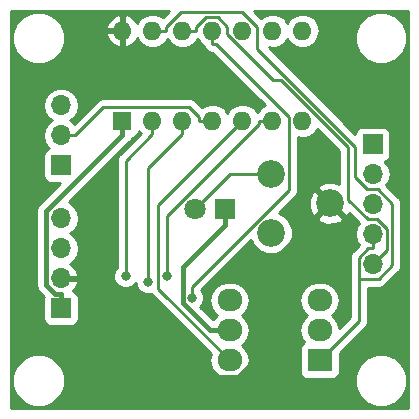
<source format=gbl>
G04 #@! TF.GenerationSoftware,KiCad,Pcbnew,(5.0.0)*
G04 #@! TF.CreationDate,2019-09-23T14:44:06+09:00*
G04 #@! TF.ProjectId,ir_read_mod,69725F726561645F6D6F642E6B696361,rev?*
G04 #@! TF.SameCoordinates,Original*
G04 #@! TF.FileFunction,Copper,L2,Bot,Signal*
G04 #@! TF.FilePolarity,Positive*
%FSLAX46Y46*%
G04 Gerber Fmt 4.6, Leading zero omitted, Abs format (unit mm)*
G04 Created by KiCad (PCBNEW (5.0.0)) date 09/23/19 14:44:06*
%MOMM*%
%LPD*%
G01*
G04 APERTURE LIST*
G04 #@! TA.AperFunction,ComponentPad*
%ADD10C,1.800000*%
G04 #@! TD*
G04 #@! TA.AperFunction,ComponentPad*
%ADD11R,1.800000X1.800000*%
G04 #@! TD*
G04 #@! TA.AperFunction,ComponentPad*
%ADD12C,2.340000*%
G04 #@! TD*
G04 #@! TA.AperFunction,ComponentPad*
%ADD13O,1.600000X1.600000*%
G04 #@! TD*
G04 #@! TA.AperFunction,ComponentPad*
%ADD14R,1.600000X1.600000*%
G04 #@! TD*
G04 #@! TA.AperFunction,ComponentPad*
%ADD15O,2.100000X1.900000*%
G04 #@! TD*
G04 #@! TA.AperFunction,ComponentPad*
%ADD16R,2.100000X1.900000*%
G04 #@! TD*
G04 #@! TA.AperFunction,ComponentPad*
%ADD17O,1.700000X1.700000*%
G04 #@! TD*
G04 #@! TA.AperFunction,ComponentPad*
%ADD18R,1.700000X1.700000*%
G04 #@! TD*
G04 #@! TA.AperFunction,ViaPad*
%ADD19C,0.800000*%
G04 #@! TD*
G04 #@! TA.AperFunction,Conductor*
%ADD20C,0.400000*%
G04 #@! TD*
G04 #@! TA.AperFunction,Conductor*
%ADD21C,0.250000*%
G04 #@! TD*
G04 #@! TA.AperFunction,Conductor*
%ADD22C,0.254000*%
G04 #@! TD*
G04 APERTURE END LIST*
D10*
G04 #@! TO.P,Q1,2*
G04 #@! TO.N,Net-(Q1-Pad2)*
X52235000Y-61500000D03*
D11*
G04 #@! TO.P,Q1,1*
G04 #@! TO.N,+5V*
X54775000Y-61500000D03*
G04 #@! TD*
D12*
G04 #@! TO.P,RV1,1*
G04 #@! TO.N,Net-(Q1-Pad2)*
X58700000Y-58500000D03*
G04 #@! TO.P,RV1,2*
G04 #@! TO.N,GND*
X63700000Y-61000000D03*
G04 #@! TO.P,RV1,3*
G04 #@! TO.N,N/C*
X58700000Y-63500000D03*
G04 #@! TD*
D13*
G04 #@! TO.P,U1,14*
G04 #@! TO.N,GND*
X46100000Y-46380000D03*
G04 #@! TO.P,U1,7*
G04 #@! TO.N,RC3*
X61340000Y-54000000D03*
G04 #@! TO.P,U1,13*
G04 #@! TO.N,Net-(J2-Pad4)*
X48640000Y-46380000D03*
G04 #@! TO.P,U1,6*
G04 #@! TO.N,Net-(R11-Pad1)*
X58800000Y-54000000D03*
G04 #@! TO.P,U1,12*
G04 #@! TO.N,Net-(J2-Pad5)*
X51180000Y-46380000D03*
G04 #@! TO.P,U1,5*
G04 #@! TO.N,RC5*
X56260000Y-54000000D03*
G04 #@! TO.P,U1,11*
G04 #@! TO.N,Net-(R8-Pad1)*
X53720000Y-46380000D03*
G04 #@! TO.P,U1,4*
G04 #@! TO.N,Net-(J2-Pad1)*
X53720000Y-54000000D03*
G04 #@! TO.P,U1,10*
G04 #@! TO.N,Net-(J3-Pad3)*
X56260000Y-46380000D03*
G04 #@! TO.P,U1,3*
G04 #@! TO.N,Net-(R9-Pad1)*
X51180000Y-54000000D03*
G04 #@! TO.P,U1,9*
G04 #@! TO.N,Net-(J3-Pad4)*
X58800000Y-46380000D03*
G04 #@! TO.P,U1,2*
G04 #@! TO.N,Net-(R10-Pad1)*
X48640000Y-54000000D03*
G04 #@! TO.P,U1,8*
G04 #@! TO.N,Net-(Q1-Pad2)*
X61340000Y-46380000D03*
D14*
G04 #@! TO.P,U1,1*
G04 #@! TO.N,+5V*
X46100000Y-54000000D03*
G04 #@! TD*
D15*
G04 #@! TO.P,SW1,2*
G04 #@! TO.N,Net-(J2-Pad5)*
X55180000Y-69220000D03*
G04 #@! TO.P,SW1,4*
G04 #@! TO.N,RC3*
X62800000Y-69220000D03*
G04 #@! TO.P,SW1,C*
G04 #@! TO.N,+5V*
X55180000Y-71760000D03*
X62800000Y-71760000D03*
G04 #@! TO.P,SW1,8*
G04 #@! TO.N,RC5*
X55180000Y-74300000D03*
D16*
G04 #@! TO.P,SW1,1*
G04 #@! TO.N,Net-(J2-Pad4)*
X62800000Y-74300000D03*
G04 #@! TD*
D17*
G04 #@! TO.P,SW2,3*
G04 #@! TO.N,Net-(R5-Pad1)*
X40900000Y-52720000D03*
G04 #@! TO.P,SW2,2*
G04 #@! TO.N,Net-(J2-Pad1)*
X40900000Y-55260000D03*
D18*
G04 #@! TO.P,SW2,1*
G04 #@! TO.N,N/C*
X40900000Y-57800000D03*
G04 #@! TD*
D17*
G04 #@! TO.P,J2,5*
G04 #@! TO.N,Net-(J2-Pad5)*
X67300000Y-66160000D03*
G04 #@! TO.P,J2,4*
G04 #@! TO.N,Net-(J2-Pad4)*
X67300000Y-63620000D03*
G04 #@! TO.P,J2,3*
G04 #@! TO.N,GND*
X67300000Y-61080000D03*
G04 #@! TO.P,J2,2*
G04 #@! TO.N,+5V*
X67300000Y-58540000D03*
D18*
G04 #@! TO.P,J2,1*
G04 #@! TO.N,Net-(J2-Pad1)*
X67300000Y-56000000D03*
G04 #@! TD*
D17*
G04 #@! TO.P,J3,4*
G04 #@! TO.N,Net-(J3-Pad4)*
X40900000Y-62280000D03*
G04 #@! TO.P,J3,3*
G04 #@! TO.N,Net-(J3-Pad3)*
X40900000Y-64820000D03*
G04 #@! TO.P,J3,2*
G04 #@! TO.N,GND*
X40900000Y-67360000D03*
D18*
G04 #@! TO.P,J3,1*
G04 #@! TO.N,+5V*
X40900000Y-69900000D03*
G04 #@! TD*
D19*
G04 #@! TO.N,GND*
X48870800Y-72519700D03*
X51056000Y-72519700D03*
G04 #@! TO.N,Net-(R8-Pad1)*
X51992000Y-69009900D03*
G04 #@! TO.N,Net-(R9-Pad1)*
X48252100Y-67629200D03*
G04 #@! TO.N,Net-(R10-Pad1)*
X46376900Y-67165000D03*
G04 #@! TO.N,Net-(R11-Pad1)*
X49870200Y-67173000D03*
G04 #@! TD*
D20*
G04 #@! TO.N,GND*
X42150300Y-67360000D02*
X47310000Y-72519700D01*
X47310000Y-72519700D02*
X48870800Y-72519700D01*
X40900000Y-67360000D02*
X42150300Y-67360000D01*
X48870800Y-72519700D02*
X51056000Y-72519700D01*
X63700000Y-61000000D02*
X57884500Y-66815500D01*
X57884500Y-66815500D02*
X57884500Y-73662800D01*
X57884500Y-73662800D02*
X55881300Y-75666000D01*
X55881300Y-75666000D02*
X54202300Y-75666000D01*
X54202300Y-75666000D02*
X51056000Y-72519700D01*
G04 #@! TO.N,+5V*
X54775000Y-62800300D02*
X51191700Y-66383600D01*
X51191700Y-66383600D02*
X51191700Y-69421000D01*
X51191700Y-69421000D02*
X53530700Y-71760000D01*
X53530700Y-71760000D02*
X53729700Y-71760000D01*
X40900000Y-69900000D02*
X40900000Y-68649700D01*
X46100000Y-54000000D02*
X46100000Y-55200300D01*
X46100000Y-55200300D02*
X39649700Y-61650600D01*
X39649700Y-61650600D02*
X39649700Y-67946500D01*
X39649700Y-67946500D02*
X40352900Y-68649700D01*
X40352900Y-68649700D02*
X40900000Y-68649700D01*
X55180000Y-71760000D02*
X53729700Y-71760000D01*
X54775000Y-61500000D02*
X54775000Y-62800300D01*
D21*
G04 #@! TO.N,Net-(J2-Pad4)*
X66124700Y-67382500D02*
X66124700Y-65603200D01*
X66124700Y-65603200D02*
X66932600Y-64795300D01*
X66932600Y-64795300D02*
X67300000Y-64795300D01*
X62800000Y-74300000D02*
X66124700Y-70975300D01*
X66124700Y-70975300D02*
X66124700Y-67382500D01*
X49765300Y-46380000D02*
X49765300Y-46098700D01*
X49765300Y-46098700D02*
X51083700Y-44780300D01*
X51083700Y-44780300D02*
X56266900Y-44780300D01*
X56266900Y-44780300D02*
X57530000Y-46043400D01*
X57530000Y-46043400D02*
X57530000Y-47910900D01*
X57530000Y-47910900D02*
X65833300Y-56214200D01*
X65833300Y-56214200D02*
X65833300Y-58808700D01*
X65833300Y-58808700D02*
X66834600Y-59810000D01*
X66834600Y-59810000D02*
X67711500Y-59810000D01*
X67711500Y-59810000D02*
X68945300Y-61043800D01*
X68945300Y-61043800D02*
X68945300Y-66227500D01*
X68945300Y-66227500D02*
X67790300Y-67382500D01*
X67790300Y-67382500D02*
X66124700Y-67382500D01*
X48640000Y-46380000D02*
X49765300Y-46380000D01*
X67300000Y-63620000D02*
X67300000Y-64795300D01*
G04 #@! TO.N,Net-(Q1-Pad2)*
X58700000Y-58500000D02*
X55235000Y-58500000D01*
X55235000Y-58500000D02*
X52235000Y-61500000D01*
G04 #@! TO.N,Net-(J2-Pad5)*
X52305300Y-46380000D02*
X52305300Y-46098600D01*
X52305300Y-46098600D02*
X53149200Y-45254700D01*
X53149200Y-45254700D02*
X54203900Y-45254700D01*
X54203900Y-45254700D02*
X54990000Y-46040800D01*
X54990000Y-46040800D02*
X54990000Y-46707500D01*
X54990000Y-46707500D02*
X58828400Y-50545900D01*
X58828400Y-50545900D02*
X59520200Y-50545900D01*
X59520200Y-50545900D02*
X65220900Y-56246600D01*
X65220900Y-56246600D02*
X65220900Y-60681700D01*
X65220900Y-60681700D02*
X66889200Y-62350000D01*
X66889200Y-62350000D02*
X67693500Y-62350000D01*
X67693500Y-62350000D02*
X68487900Y-63144400D01*
X68487900Y-63144400D02*
X68487900Y-64972100D01*
X68487900Y-64972100D02*
X67300000Y-66160000D01*
X51180000Y-46380000D02*
X52305300Y-46380000D01*
G04 #@! TO.N,RC5*
X55180000Y-74300000D02*
X49134200Y-68254200D01*
X49134200Y-68254200D02*
X49134200Y-61125800D01*
X49134200Y-61125800D02*
X56260000Y-54000000D01*
G04 #@! TO.N,Net-(R8-Pad1)*
X53720000Y-46380000D02*
X53720000Y-47505300D01*
X51992000Y-69009900D02*
X51992000Y-68061100D01*
X51992000Y-68061100D02*
X60214600Y-59838500D01*
X60214600Y-59838500D02*
X60214600Y-53718600D01*
X60214600Y-53718600D02*
X54001300Y-47505300D01*
X54001300Y-47505300D02*
X53720000Y-47505300D01*
G04 #@! TO.N,Net-(R9-Pad1)*
X51180000Y-55125300D02*
X48252100Y-58053200D01*
X48252100Y-58053200D02*
X48252100Y-67629200D01*
X51180000Y-54000000D02*
X51180000Y-55125300D01*
G04 #@! TO.N,Net-(R10-Pad1)*
X48640000Y-54000000D02*
X48640000Y-55125300D01*
X46376900Y-67165000D02*
X46376900Y-57388400D01*
X46376900Y-57388400D02*
X48640000Y-55125300D01*
G04 #@! TO.N,Net-(R11-Pad1)*
X49870200Y-67173000D02*
X49870200Y-62060700D01*
X49870200Y-62060700D02*
X57674700Y-54256200D01*
X57674700Y-54256200D02*
X57674700Y-54000000D01*
X58800000Y-54000000D02*
X57674700Y-54000000D01*
G04 #@! TO.N,Net-(J2-Pad1)*
X53720000Y-54000000D02*
X52594700Y-54000000D01*
X40900000Y-55260000D02*
X42075300Y-55260000D01*
X42075300Y-55260000D02*
X44460600Y-52874700D01*
X44460600Y-52874700D02*
X51750800Y-52874700D01*
X51750800Y-52874700D02*
X52594700Y-53718600D01*
X52594700Y-53718600D02*
X52594700Y-54000000D01*
G04 #@! TD*
D22*
G04 #@! TO.N,GND*
G36*
X49536222Y-45252977D02*
X49199909Y-45028260D01*
X48781333Y-44945000D01*
X48498667Y-44945000D01*
X48080091Y-45028260D01*
X47605423Y-45345423D01*
X47349053Y-45729108D01*
X47252389Y-45524866D01*
X46837423Y-45148959D01*
X46449039Y-44988096D01*
X46227000Y-45110085D01*
X46227000Y-46253000D01*
X46247000Y-46253000D01*
X46247000Y-46507000D01*
X46227000Y-46507000D01*
X46227000Y-47649915D01*
X46449039Y-47771904D01*
X46837423Y-47611041D01*
X47252389Y-47235134D01*
X47349053Y-47030892D01*
X47605423Y-47414577D01*
X48080091Y-47731740D01*
X48498667Y-47815000D01*
X48781333Y-47815000D01*
X49199909Y-47731740D01*
X49674577Y-47414577D01*
X49860786Y-47135896D01*
X49947667Y-47118614D01*
X50145423Y-47414577D01*
X50620091Y-47731740D01*
X51038667Y-47815000D01*
X51321333Y-47815000D01*
X51739909Y-47731740D01*
X52214577Y-47414577D01*
X52400786Y-47135896D01*
X52487667Y-47118614D01*
X52685423Y-47414577D01*
X52964104Y-47600786D01*
X53004096Y-47801837D01*
X53172071Y-48053229D01*
X53423463Y-48221204D01*
X53645148Y-48265300D01*
X53696766Y-48275568D01*
X58137804Y-52716606D01*
X57765423Y-52965423D01*
X57579214Y-53244104D01*
X57492333Y-53261386D01*
X57294577Y-52965423D01*
X56819909Y-52648260D01*
X56401333Y-52565000D01*
X56118667Y-52565000D01*
X55700091Y-52648260D01*
X55225423Y-52965423D01*
X54990000Y-53317758D01*
X54754577Y-52965423D01*
X54279909Y-52648260D01*
X53861333Y-52565000D01*
X53578667Y-52565000D01*
X53160091Y-52648260D01*
X52823838Y-52872937D01*
X52341131Y-52390230D01*
X52298729Y-52326771D01*
X52047337Y-52158796D01*
X51825652Y-52114700D01*
X51825647Y-52114700D01*
X51750800Y-52099812D01*
X51675953Y-52114700D01*
X44535448Y-52114700D01*
X44460600Y-52099812D01*
X44385752Y-52114700D01*
X44385748Y-52114700D01*
X44164063Y-52158796D01*
X43912671Y-52326771D01*
X43870271Y-52390227D01*
X42010879Y-54249620D01*
X41970625Y-54189375D01*
X41672239Y-53990000D01*
X41970625Y-53790625D01*
X42298839Y-53299418D01*
X42414092Y-52720000D01*
X42298839Y-52140582D01*
X41970625Y-51649375D01*
X41479418Y-51321161D01*
X41046256Y-51235000D01*
X40753744Y-51235000D01*
X40320582Y-51321161D01*
X39829375Y-51649375D01*
X39501161Y-52140582D01*
X39385908Y-52720000D01*
X39501161Y-53299418D01*
X39829375Y-53790625D01*
X40127761Y-53990000D01*
X39829375Y-54189375D01*
X39501161Y-54680582D01*
X39385908Y-55260000D01*
X39501161Y-55839418D01*
X39829375Y-56330625D01*
X39847619Y-56342816D01*
X39802235Y-56351843D01*
X39592191Y-56492191D01*
X39451843Y-56702235D01*
X39402560Y-56950000D01*
X39402560Y-58650000D01*
X39451843Y-58897765D01*
X39592191Y-59107809D01*
X39802235Y-59248157D01*
X40050000Y-59297440D01*
X40821993Y-59297440D01*
X39117420Y-61002013D01*
X39047699Y-61048599D01*
X38863148Y-61324800D01*
X38814700Y-61568364D01*
X38814700Y-61568367D01*
X38798343Y-61650600D01*
X38814700Y-61732833D01*
X38814701Y-67864262D01*
X38798343Y-67946500D01*
X38863148Y-68272300D01*
X38901068Y-68329051D01*
X39047700Y-68548501D01*
X39117418Y-68595085D01*
X39430727Y-68908394D01*
X39402560Y-69050000D01*
X39402560Y-70750000D01*
X39451843Y-70997765D01*
X39592191Y-71207809D01*
X39802235Y-71348157D01*
X40050000Y-71397440D01*
X41750000Y-71397440D01*
X41997765Y-71348157D01*
X42207809Y-71207809D01*
X42348157Y-70997765D01*
X42397440Y-70750000D01*
X42397440Y-69050000D01*
X42348157Y-68802235D01*
X42207809Y-68592191D01*
X41997765Y-68451843D01*
X41894292Y-68431261D01*
X42171645Y-68126924D01*
X42341476Y-67716890D01*
X42220155Y-67487000D01*
X41027000Y-67487000D01*
X41027000Y-67507000D01*
X40773000Y-67507000D01*
X40773000Y-67487000D01*
X40753000Y-67487000D01*
X40753000Y-67233000D01*
X40773000Y-67233000D01*
X40773000Y-67213000D01*
X41027000Y-67213000D01*
X41027000Y-67233000D01*
X42220155Y-67233000D01*
X42341476Y-67003110D01*
X42171645Y-66593076D01*
X41781358Y-66164817D01*
X41651522Y-66103843D01*
X41970625Y-65890625D01*
X42298839Y-65399418D01*
X42414092Y-64820000D01*
X42298839Y-64240582D01*
X41970625Y-63749375D01*
X41672239Y-63550000D01*
X41970625Y-63350625D01*
X42298839Y-62859418D01*
X42414092Y-62280000D01*
X42298839Y-61700582D01*
X41970625Y-61209375D01*
X41551705Y-60929462D01*
X46632283Y-55848885D01*
X46702001Y-55802301D01*
X46886552Y-55526101D01*
X46902289Y-55446985D01*
X47147765Y-55398157D01*
X47357809Y-55257809D01*
X47498157Y-55047765D01*
X47524785Y-54913894D01*
X47605423Y-55034577D01*
X47635694Y-55054804D01*
X45892428Y-56798071D01*
X45828972Y-56840471D01*
X45786572Y-56903927D01*
X45786571Y-56903928D01*
X45660997Y-57091863D01*
X45602012Y-57388400D01*
X45616901Y-57463252D01*
X45616900Y-66461289D01*
X45499469Y-66578720D01*
X45341900Y-66959126D01*
X45341900Y-67370874D01*
X45499469Y-67751280D01*
X45790620Y-68042431D01*
X46171026Y-68200000D01*
X46582774Y-68200000D01*
X46963180Y-68042431D01*
X47217100Y-67788511D01*
X47217100Y-67835074D01*
X47374669Y-68215480D01*
X47665820Y-68506631D01*
X48046226Y-68664200D01*
X48457974Y-68664200D01*
X48486277Y-68652477D01*
X48586271Y-68802129D01*
X48649730Y-68844531D01*
X53570339Y-73765142D01*
X53463949Y-74300000D01*
X53586964Y-74918436D01*
X53937279Y-75442721D01*
X54461564Y-75793036D01*
X54923897Y-75885000D01*
X55436103Y-75885000D01*
X55898436Y-75793036D01*
X56422721Y-75442721D01*
X56773036Y-74918436D01*
X56896051Y-74300000D01*
X56773036Y-73681564D01*
X56422721Y-73157279D01*
X56232234Y-73030000D01*
X56422721Y-72902721D01*
X56773036Y-72378436D01*
X56896051Y-71760000D01*
X56773036Y-71141564D01*
X56422721Y-70617279D01*
X56232234Y-70490000D01*
X56422721Y-70362721D01*
X56773036Y-69838436D01*
X56896051Y-69220000D01*
X56773036Y-68601564D01*
X56422721Y-68077279D01*
X55898436Y-67726964D01*
X55436103Y-67635000D01*
X54923897Y-67635000D01*
X54461564Y-67726964D01*
X53937279Y-68077279D01*
X53586964Y-68601564D01*
X53463949Y-69220000D01*
X53586964Y-69838436D01*
X53937279Y-70362721D01*
X54127766Y-70490000D01*
X53937279Y-70617279D01*
X53789706Y-70838138D01*
X52708589Y-69757022D01*
X52869431Y-69596180D01*
X53027000Y-69215774D01*
X53027000Y-68804026D01*
X52869431Y-68423620D01*
X52786856Y-68341045D01*
X57004503Y-64123399D01*
X57169795Y-64522450D01*
X57677550Y-65030205D01*
X58340963Y-65305000D01*
X59059037Y-65305000D01*
X59722450Y-65030205D01*
X60230205Y-64522450D01*
X60505000Y-63859037D01*
X60505000Y-63140963D01*
X60230205Y-62477550D01*
X60028141Y-62275486D01*
X62604120Y-62275486D01*
X62723586Y-62559984D01*
X63394890Y-62814894D01*
X64112646Y-62793504D01*
X64676414Y-62559984D01*
X64795880Y-62275486D01*
X63700000Y-61179605D01*
X62604120Y-62275486D01*
X60028141Y-62275486D01*
X59722450Y-61969795D01*
X59323400Y-61804503D01*
X60433013Y-60694890D01*
X61885106Y-60694890D01*
X61906496Y-61412646D01*
X62140016Y-61976414D01*
X62424514Y-62095880D01*
X63520395Y-61000000D01*
X62424514Y-59904120D01*
X62140016Y-60023586D01*
X61885106Y-60694890D01*
X60433013Y-60694890D01*
X60699076Y-60428827D01*
X60762529Y-60386429D01*
X60804927Y-60322976D01*
X60804929Y-60322974D01*
X60930503Y-60135038D01*
X60930504Y-60135037D01*
X60974600Y-59913352D01*
X60974600Y-59913348D01*
X60989488Y-59838501D01*
X60974600Y-59763654D01*
X60974600Y-55390430D01*
X61198667Y-55435000D01*
X61481333Y-55435000D01*
X61899909Y-55351740D01*
X62374577Y-55034577D01*
X62598681Y-54699182D01*
X64460900Y-56561402D01*
X64460901Y-59358181D01*
X64005110Y-59185106D01*
X63287354Y-59206496D01*
X62723586Y-59440016D01*
X62604120Y-59724514D01*
X63700000Y-60820395D01*
X63714142Y-60806252D01*
X63893748Y-60985858D01*
X63879605Y-61000000D01*
X64975486Y-62095880D01*
X65259984Y-61976414D01*
X65309751Y-61845353D01*
X66143017Y-62678619D01*
X65901161Y-63040582D01*
X65785908Y-63620000D01*
X65901161Y-64199418D01*
X66122469Y-64530629D01*
X65640228Y-65012871D01*
X65576772Y-65055271D01*
X65534372Y-65118727D01*
X65534371Y-65118728D01*
X65408797Y-65306663D01*
X65349812Y-65603200D01*
X65364701Y-65678052D01*
X65364700Y-67307648D01*
X65349811Y-67382500D01*
X65364701Y-67457357D01*
X65364700Y-70660498D01*
X64474432Y-71550767D01*
X64393036Y-71141564D01*
X64042721Y-70617279D01*
X63852234Y-70490000D01*
X64042721Y-70362721D01*
X64393036Y-69838436D01*
X64516051Y-69220000D01*
X64393036Y-68601564D01*
X64042721Y-68077279D01*
X63518436Y-67726964D01*
X63056103Y-67635000D01*
X62543897Y-67635000D01*
X62081564Y-67726964D01*
X61557279Y-68077279D01*
X61206964Y-68601564D01*
X61083949Y-69220000D01*
X61206964Y-69838436D01*
X61557279Y-70362721D01*
X61747766Y-70490000D01*
X61557279Y-70617279D01*
X61206964Y-71141564D01*
X61083949Y-71760000D01*
X61206964Y-72378436D01*
X61470593Y-72772986D01*
X61292191Y-72892191D01*
X61151843Y-73102235D01*
X61102560Y-73350000D01*
X61102560Y-75250000D01*
X61151843Y-75497765D01*
X61292191Y-75707809D01*
X61502235Y-75848157D01*
X61750000Y-75897440D01*
X63850000Y-75897440D01*
X64097765Y-75848157D01*
X64307809Y-75707809D01*
X64409625Y-75555431D01*
X65765000Y-75555431D01*
X65765000Y-76444569D01*
X66105259Y-77266026D01*
X66733974Y-77894741D01*
X67555431Y-78235000D01*
X68444569Y-78235000D01*
X69266026Y-77894741D01*
X69894741Y-77266026D01*
X70235000Y-76444569D01*
X70235000Y-75555431D01*
X69894741Y-74733974D01*
X69266026Y-74105259D01*
X68444569Y-73765000D01*
X67555431Y-73765000D01*
X66733974Y-74105259D01*
X66105259Y-74733974D01*
X65765000Y-75555431D01*
X64409625Y-75555431D01*
X64448157Y-75497765D01*
X64497440Y-75250000D01*
X64497440Y-73677361D01*
X66609173Y-71565629D01*
X66672629Y-71523229D01*
X66789609Y-71348157D01*
X66840604Y-71271838D01*
X66866517Y-71141564D01*
X66884700Y-71050152D01*
X66884700Y-71050148D01*
X66899588Y-70975300D01*
X66884700Y-70900452D01*
X66884700Y-68142500D01*
X67715453Y-68142500D01*
X67790300Y-68157388D01*
X67865147Y-68142500D01*
X67865152Y-68142500D01*
X68086837Y-68098404D01*
X68338229Y-67930429D01*
X68380631Y-67866970D01*
X69429773Y-66817829D01*
X69493229Y-66775429D01*
X69615074Y-66593076D01*
X69661204Y-66524038D01*
X69674631Y-66456537D01*
X69705300Y-66302352D01*
X69705300Y-66302348D01*
X69720188Y-66227500D01*
X69705300Y-66152652D01*
X69705300Y-61118648D01*
X69720188Y-61043800D01*
X69705300Y-60968952D01*
X69705300Y-60968948D01*
X69661204Y-60747263D01*
X69661204Y-60747262D01*
X69535629Y-60559327D01*
X69493229Y-60495871D01*
X69429773Y-60453471D01*
X68457263Y-59480962D01*
X68698839Y-59119418D01*
X68814092Y-58540000D01*
X68698839Y-57960582D01*
X68370625Y-57469375D01*
X68352381Y-57457184D01*
X68397765Y-57448157D01*
X68607809Y-57307809D01*
X68748157Y-57097765D01*
X68797440Y-56850000D01*
X68797440Y-55150000D01*
X68748157Y-54902235D01*
X68607809Y-54692191D01*
X68397765Y-54551843D01*
X68150000Y-54502560D01*
X66450000Y-54502560D01*
X66202235Y-54551843D01*
X65992191Y-54692191D01*
X65851843Y-54902235D01*
X65809419Y-55115516D01*
X58471714Y-47777813D01*
X58658667Y-47815000D01*
X58941333Y-47815000D01*
X59359909Y-47731740D01*
X59834577Y-47414577D01*
X60070000Y-47062242D01*
X60305423Y-47414577D01*
X60780091Y-47731740D01*
X61198667Y-47815000D01*
X61481333Y-47815000D01*
X61899909Y-47731740D01*
X62374577Y-47414577D01*
X62691740Y-46939909D01*
X62768217Y-46555431D01*
X65765000Y-46555431D01*
X65765000Y-47444569D01*
X66105259Y-48266026D01*
X66733974Y-48894741D01*
X67555431Y-49235000D01*
X68444569Y-49235000D01*
X69266026Y-48894741D01*
X69894741Y-48266026D01*
X70235000Y-47444569D01*
X70235000Y-46555431D01*
X69894741Y-45733974D01*
X69266026Y-45105259D01*
X68444569Y-44765000D01*
X67555431Y-44765000D01*
X66733974Y-45105259D01*
X66105259Y-45733974D01*
X65765000Y-46555431D01*
X62768217Y-46555431D01*
X62803113Y-46380000D01*
X62691740Y-45820091D01*
X62374577Y-45345423D01*
X61899909Y-45028260D01*
X61481333Y-44945000D01*
X61198667Y-44945000D01*
X60780091Y-45028260D01*
X60305423Y-45345423D01*
X60070000Y-45697758D01*
X59834577Y-45345423D01*
X59359909Y-45028260D01*
X58941333Y-44945000D01*
X58658667Y-44945000D01*
X58240091Y-45028260D01*
X57850187Y-45288785D01*
X57271401Y-44710000D01*
X70290001Y-44710000D01*
X70290000Y-78290000D01*
X36710000Y-78290000D01*
X36710000Y-75555431D01*
X36765000Y-75555431D01*
X36765000Y-76444569D01*
X37105259Y-77266026D01*
X37733974Y-77894741D01*
X38555431Y-78235000D01*
X39444569Y-78235000D01*
X40266026Y-77894741D01*
X40894741Y-77266026D01*
X41235000Y-76444569D01*
X41235000Y-75555431D01*
X40894741Y-74733974D01*
X40266026Y-74105259D01*
X39444569Y-73765000D01*
X38555431Y-73765000D01*
X37733974Y-74105259D01*
X37105259Y-74733974D01*
X36765000Y-75555431D01*
X36710000Y-75555431D01*
X36710000Y-46555431D01*
X36765000Y-46555431D01*
X36765000Y-47444569D01*
X37105259Y-48266026D01*
X37733974Y-48894741D01*
X38555431Y-49235000D01*
X39444569Y-49235000D01*
X40266026Y-48894741D01*
X40894741Y-48266026D01*
X41235000Y-47444569D01*
X41235000Y-46729041D01*
X44708086Y-46729041D01*
X44947611Y-47235134D01*
X45362577Y-47611041D01*
X45750961Y-47771904D01*
X45973000Y-47649915D01*
X45973000Y-46507000D01*
X44829371Y-46507000D01*
X44708086Y-46729041D01*
X41235000Y-46729041D01*
X41235000Y-46555431D01*
X41017757Y-46030959D01*
X44708086Y-46030959D01*
X44829371Y-46253000D01*
X45973000Y-46253000D01*
X45973000Y-45110085D01*
X45750961Y-44988096D01*
X45362577Y-45148959D01*
X44947611Y-45524866D01*
X44708086Y-46030959D01*
X41017757Y-46030959D01*
X40894741Y-45733974D01*
X40266026Y-45105259D01*
X39444569Y-44765000D01*
X38555431Y-44765000D01*
X37733974Y-45105259D01*
X37105259Y-45733974D01*
X36765000Y-46555431D01*
X36710000Y-46555431D01*
X36710000Y-44710000D01*
X50079198Y-44710000D01*
X49536222Y-45252977D01*
X49536222Y-45252977D01*
G37*
X49536222Y-45252977D02*
X49199909Y-45028260D01*
X48781333Y-44945000D01*
X48498667Y-44945000D01*
X48080091Y-45028260D01*
X47605423Y-45345423D01*
X47349053Y-45729108D01*
X47252389Y-45524866D01*
X46837423Y-45148959D01*
X46449039Y-44988096D01*
X46227000Y-45110085D01*
X46227000Y-46253000D01*
X46247000Y-46253000D01*
X46247000Y-46507000D01*
X46227000Y-46507000D01*
X46227000Y-47649915D01*
X46449039Y-47771904D01*
X46837423Y-47611041D01*
X47252389Y-47235134D01*
X47349053Y-47030892D01*
X47605423Y-47414577D01*
X48080091Y-47731740D01*
X48498667Y-47815000D01*
X48781333Y-47815000D01*
X49199909Y-47731740D01*
X49674577Y-47414577D01*
X49860786Y-47135896D01*
X49947667Y-47118614D01*
X50145423Y-47414577D01*
X50620091Y-47731740D01*
X51038667Y-47815000D01*
X51321333Y-47815000D01*
X51739909Y-47731740D01*
X52214577Y-47414577D01*
X52400786Y-47135896D01*
X52487667Y-47118614D01*
X52685423Y-47414577D01*
X52964104Y-47600786D01*
X53004096Y-47801837D01*
X53172071Y-48053229D01*
X53423463Y-48221204D01*
X53645148Y-48265300D01*
X53696766Y-48275568D01*
X58137804Y-52716606D01*
X57765423Y-52965423D01*
X57579214Y-53244104D01*
X57492333Y-53261386D01*
X57294577Y-52965423D01*
X56819909Y-52648260D01*
X56401333Y-52565000D01*
X56118667Y-52565000D01*
X55700091Y-52648260D01*
X55225423Y-52965423D01*
X54990000Y-53317758D01*
X54754577Y-52965423D01*
X54279909Y-52648260D01*
X53861333Y-52565000D01*
X53578667Y-52565000D01*
X53160091Y-52648260D01*
X52823838Y-52872937D01*
X52341131Y-52390230D01*
X52298729Y-52326771D01*
X52047337Y-52158796D01*
X51825652Y-52114700D01*
X51825647Y-52114700D01*
X51750800Y-52099812D01*
X51675953Y-52114700D01*
X44535448Y-52114700D01*
X44460600Y-52099812D01*
X44385752Y-52114700D01*
X44385748Y-52114700D01*
X44164063Y-52158796D01*
X43912671Y-52326771D01*
X43870271Y-52390227D01*
X42010879Y-54249620D01*
X41970625Y-54189375D01*
X41672239Y-53990000D01*
X41970625Y-53790625D01*
X42298839Y-53299418D01*
X42414092Y-52720000D01*
X42298839Y-52140582D01*
X41970625Y-51649375D01*
X41479418Y-51321161D01*
X41046256Y-51235000D01*
X40753744Y-51235000D01*
X40320582Y-51321161D01*
X39829375Y-51649375D01*
X39501161Y-52140582D01*
X39385908Y-52720000D01*
X39501161Y-53299418D01*
X39829375Y-53790625D01*
X40127761Y-53990000D01*
X39829375Y-54189375D01*
X39501161Y-54680582D01*
X39385908Y-55260000D01*
X39501161Y-55839418D01*
X39829375Y-56330625D01*
X39847619Y-56342816D01*
X39802235Y-56351843D01*
X39592191Y-56492191D01*
X39451843Y-56702235D01*
X39402560Y-56950000D01*
X39402560Y-58650000D01*
X39451843Y-58897765D01*
X39592191Y-59107809D01*
X39802235Y-59248157D01*
X40050000Y-59297440D01*
X40821993Y-59297440D01*
X39117420Y-61002013D01*
X39047699Y-61048599D01*
X38863148Y-61324800D01*
X38814700Y-61568364D01*
X38814700Y-61568367D01*
X38798343Y-61650600D01*
X38814700Y-61732833D01*
X38814701Y-67864262D01*
X38798343Y-67946500D01*
X38863148Y-68272300D01*
X38901068Y-68329051D01*
X39047700Y-68548501D01*
X39117418Y-68595085D01*
X39430727Y-68908394D01*
X39402560Y-69050000D01*
X39402560Y-70750000D01*
X39451843Y-70997765D01*
X39592191Y-71207809D01*
X39802235Y-71348157D01*
X40050000Y-71397440D01*
X41750000Y-71397440D01*
X41997765Y-71348157D01*
X42207809Y-71207809D01*
X42348157Y-70997765D01*
X42397440Y-70750000D01*
X42397440Y-69050000D01*
X42348157Y-68802235D01*
X42207809Y-68592191D01*
X41997765Y-68451843D01*
X41894292Y-68431261D01*
X42171645Y-68126924D01*
X42341476Y-67716890D01*
X42220155Y-67487000D01*
X41027000Y-67487000D01*
X41027000Y-67507000D01*
X40773000Y-67507000D01*
X40773000Y-67487000D01*
X40753000Y-67487000D01*
X40753000Y-67233000D01*
X40773000Y-67233000D01*
X40773000Y-67213000D01*
X41027000Y-67213000D01*
X41027000Y-67233000D01*
X42220155Y-67233000D01*
X42341476Y-67003110D01*
X42171645Y-66593076D01*
X41781358Y-66164817D01*
X41651522Y-66103843D01*
X41970625Y-65890625D01*
X42298839Y-65399418D01*
X42414092Y-64820000D01*
X42298839Y-64240582D01*
X41970625Y-63749375D01*
X41672239Y-63550000D01*
X41970625Y-63350625D01*
X42298839Y-62859418D01*
X42414092Y-62280000D01*
X42298839Y-61700582D01*
X41970625Y-61209375D01*
X41551705Y-60929462D01*
X46632283Y-55848885D01*
X46702001Y-55802301D01*
X46886552Y-55526101D01*
X46902289Y-55446985D01*
X47147765Y-55398157D01*
X47357809Y-55257809D01*
X47498157Y-55047765D01*
X47524785Y-54913894D01*
X47605423Y-55034577D01*
X47635694Y-55054804D01*
X45892428Y-56798071D01*
X45828972Y-56840471D01*
X45786572Y-56903927D01*
X45786571Y-56903928D01*
X45660997Y-57091863D01*
X45602012Y-57388400D01*
X45616901Y-57463252D01*
X45616900Y-66461289D01*
X45499469Y-66578720D01*
X45341900Y-66959126D01*
X45341900Y-67370874D01*
X45499469Y-67751280D01*
X45790620Y-68042431D01*
X46171026Y-68200000D01*
X46582774Y-68200000D01*
X46963180Y-68042431D01*
X47217100Y-67788511D01*
X47217100Y-67835074D01*
X47374669Y-68215480D01*
X47665820Y-68506631D01*
X48046226Y-68664200D01*
X48457974Y-68664200D01*
X48486277Y-68652477D01*
X48586271Y-68802129D01*
X48649730Y-68844531D01*
X53570339Y-73765142D01*
X53463949Y-74300000D01*
X53586964Y-74918436D01*
X53937279Y-75442721D01*
X54461564Y-75793036D01*
X54923897Y-75885000D01*
X55436103Y-75885000D01*
X55898436Y-75793036D01*
X56422721Y-75442721D01*
X56773036Y-74918436D01*
X56896051Y-74300000D01*
X56773036Y-73681564D01*
X56422721Y-73157279D01*
X56232234Y-73030000D01*
X56422721Y-72902721D01*
X56773036Y-72378436D01*
X56896051Y-71760000D01*
X56773036Y-71141564D01*
X56422721Y-70617279D01*
X56232234Y-70490000D01*
X56422721Y-70362721D01*
X56773036Y-69838436D01*
X56896051Y-69220000D01*
X56773036Y-68601564D01*
X56422721Y-68077279D01*
X55898436Y-67726964D01*
X55436103Y-67635000D01*
X54923897Y-67635000D01*
X54461564Y-67726964D01*
X53937279Y-68077279D01*
X53586964Y-68601564D01*
X53463949Y-69220000D01*
X53586964Y-69838436D01*
X53937279Y-70362721D01*
X54127766Y-70490000D01*
X53937279Y-70617279D01*
X53789706Y-70838138D01*
X52708589Y-69757022D01*
X52869431Y-69596180D01*
X53027000Y-69215774D01*
X53027000Y-68804026D01*
X52869431Y-68423620D01*
X52786856Y-68341045D01*
X57004503Y-64123399D01*
X57169795Y-64522450D01*
X57677550Y-65030205D01*
X58340963Y-65305000D01*
X59059037Y-65305000D01*
X59722450Y-65030205D01*
X60230205Y-64522450D01*
X60505000Y-63859037D01*
X60505000Y-63140963D01*
X60230205Y-62477550D01*
X60028141Y-62275486D01*
X62604120Y-62275486D01*
X62723586Y-62559984D01*
X63394890Y-62814894D01*
X64112646Y-62793504D01*
X64676414Y-62559984D01*
X64795880Y-62275486D01*
X63700000Y-61179605D01*
X62604120Y-62275486D01*
X60028141Y-62275486D01*
X59722450Y-61969795D01*
X59323400Y-61804503D01*
X60433013Y-60694890D01*
X61885106Y-60694890D01*
X61906496Y-61412646D01*
X62140016Y-61976414D01*
X62424514Y-62095880D01*
X63520395Y-61000000D01*
X62424514Y-59904120D01*
X62140016Y-60023586D01*
X61885106Y-60694890D01*
X60433013Y-60694890D01*
X60699076Y-60428827D01*
X60762529Y-60386429D01*
X60804927Y-60322976D01*
X60804929Y-60322974D01*
X60930503Y-60135038D01*
X60930504Y-60135037D01*
X60974600Y-59913352D01*
X60974600Y-59913348D01*
X60989488Y-59838501D01*
X60974600Y-59763654D01*
X60974600Y-55390430D01*
X61198667Y-55435000D01*
X61481333Y-55435000D01*
X61899909Y-55351740D01*
X62374577Y-55034577D01*
X62598681Y-54699182D01*
X64460900Y-56561402D01*
X64460901Y-59358181D01*
X64005110Y-59185106D01*
X63287354Y-59206496D01*
X62723586Y-59440016D01*
X62604120Y-59724514D01*
X63700000Y-60820395D01*
X63714142Y-60806252D01*
X63893748Y-60985858D01*
X63879605Y-61000000D01*
X64975486Y-62095880D01*
X65259984Y-61976414D01*
X65309751Y-61845353D01*
X66143017Y-62678619D01*
X65901161Y-63040582D01*
X65785908Y-63620000D01*
X65901161Y-64199418D01*
X66122469Y-64530629D01*
X65640228Y-65012871D01*
X65576772Y-65055271D01*
X65534372Y-65118727D01*
X65534371Y-65118728D01*
X65408797Y-65306663D01*
X65349812Y-65603200D01*
X65364701Y-65678052D01*
X65364700Y-67307648D01*
X65349811Y-67382500D01*
X65364701Y-67457357D01*
X65364700Y-70660498D01*
X64474432Y-71550767D01*
X64393036Y-71141564D01*
X64042721Y-70617279D01*
X63852234Y-70490000D01*
X64042721Y-70362721D01*
X64393036Y-69838436D01*
X64516051Y-69220000D01*
X64393036Y-68601564D01*
X64042721Y-68077279D01*
X63518436Y-67726964D01*
X63056103Y-67635000D01*
X62543897Y-67635000D01*
X62081564Y-67726964D01*
X61557279Y-68077279D01*
X61206964Y-68601564D01*
X61083949Y-69220000D01*
X61206964Y-69838436D01*
X61557279Y-70362721D01*
X61747766Y-70490000D01*
X61557279Y-70617279D01*
X61206964Y-71141564D01*
X61083949Y-71760000D01*
X61206964Y-72378436D01*
X61470593Y-72772986D01*
X61292191Y-72892191D01*
X61151843Y-73102235D01*
X61102560Y-73350000D01*
X61102560Y-75250000D01*
X61151843Y-75497765D01*
X61292191Y-75707809D01*
X61502235Y-75848157D01*
X61750000Y-75897440D01*
X63850000Y-75897440D01*
X64097765Y-75848157D01*
X64307809Y-75707809D01*
X64409625Y-75555431D01*
X65765000Y-75555431D01*
X65765000Y-76444569D01*
X66105259Y-77266026D01*
X66733974Y-77894741D01*
X67555431Y-78235000D01*
X68444569Y-78235000D01*
X69266026Y-77894741D01*
X69894741Y-77266026D01*
X70235000Y-76444569D01*
X70235000Y-75555431D01*
X69894741Y-74733974D01*
X69266026Y-74105259D01*
X68444569Y-73765000D01*
X67555431Y-73765000D01*
X66733974Y-74105259D01*
X66105259Y-74733974D01*
X65765000Y-75555431D01*
X64409625Y-75555431D01*
X64448157Y-75497765D01*
X64497440Y-75250000D01*
X64497440Y-73677361D01*
X66609173Y-71565629D01*
X66672629Y-71523229D01*
X66789609Y-71348157D01*
X66840604Y-71271838D01*
X66866517Y-71141564D01*
X66884700Y-71050152D01*
X66884700Y-71050148D01*
X66899588Y-70975300D01*
X66884700Y-70900452D01*
X66884700Y-68142500D01*
X67715453Y-68142500D01*
X67790300Y-68157388D01*
X67865147Y-68142500D01*
X67865152Y-68142500D01*
X68086837Y-68098404D01*
X68338229Y-67930429D01*
X68380631Y-67866970D01*
X69429773Y-66817829D01*
X69493229Y-66775429D01*
X69615074Y-66593076D01*
X69661204Y-66524038D01*
X69674631Y-66456537D01*
X69705300Y-66302352D01*
X69705300Y-66302348D01*
X69720188Y-66227500D01*
X69705300Y-66152652D01*
X69705300Y-61118648D01*
X69720188Y-61043800D01*
X69705300Y-60968952D01*
X69705300Y-60968948D01*
X69661204Y-60747263D01*
X69661204Y-60747262D01*
X69535629Y-60559327D01*
X69493229Y-60495871D01*
X69429773Y-60453471D01*
X68457263Y-59480962D01*
X68698839Y-59119418D01*
X68814092Y-58540000D01*
X68698839Y-57960582D01*
X68370625Y-57469375D01*
X68352381Y-57457184D01*
X68397765Y-57448157D01*
X68607809Y-57307809D01*
X68748157Y-57097765D01*
X68797440Y-56850000D01*
X68797440Y-55150000D01*
X68748157Y-54902235D01*
X68607809Y-54692191D01*
X68397765Y-54551843D01*
X68150000Y-54502560D01*
X66450000Y-54502560D01*
X66202235Y-54551843D01*
X65992191Y-54692191D01*
X65851843Y-54902235D01*
X65809419Y-55115516D01*
X58471714Y-47777813D01*
X58658667Y-47815000D01*
X58941333Y-47815000D01*
X59359909Y-47731740D01*
X59834577Y-47414577D01*
X60070000Y-47062242D01*
X60305423Y-47414577D01*
X60780091Y-47731740D01*
X61198667Y-47815000D01*
X61481333Y-47815000D01*
X61899909Y-47731740D01*
X62374577Y-47414577D01*
X62691740Y-46939909D01*
X62768217Y-46555431D01*
X65765000Y-46555431D01*
X65765000Y-47444569D01*
X66105259Y-48266026D01*
X66733974Y-48894741D01*
X67555431Y-49235000D01*
X68444569Y-49235000D01*
X69266026Y-48894741D01*
X69894741Y-48266026D01*
X70235000Y-47444569D01*
X70235000Y-46555431D01*
X69894741Y-45733974D01*
X69266026Y-45105259D01*
X68444569Y-44765000D01*
X67555431Y-44765000D01*
X66733974Y-45105259D01*
X66105259Y-45733974D01*
X65765000Y-46555431D01*
X62768217Y-46555431D01*
X62803113Y-46380000D01*
X62691740Y-45820091D01*
X62374577Y-45345423D01*
X61899909Y-45028260D01*
X61481333Y-44945000D01*
X61198667Y-44945000D01*
X60780091Y-45028260D01*
X60305423Y-45345423D01*
X60070000Y-45697758D01*
X59834577Y-45345423D01*
X59359909Y-45028260D01*
X58941333Y-44945000D01*
X58658667Y-44945000D01*
X58240091Y-45028260D01*
X57850187Y-45288785D01*
X57271401Y-44710000D01*
X70290001Y-44710000D01*
X70290000Y-78290000D01*
X36710000Y-78290000D01*
X36710000Y-75555431D01*
X36765000Y-75555431D01*
X36765000Y-76444569D01*
X37105259Y-77266026D01*
X37733974Y-77894741D01*
X38555431Y-78235000D01*
X39444569Y-78235000D01*
X40266026Y-77894741D01*
X40894741Y-77266026D01*
X41235000Y-76444569D01*
X41235000Y-75555431D01*
X40894741Y-74733974D01*
X40266026Y-74105259D01*
X39444569Y-73765000D01*
X38555431Y-73765000D01*
X37733974Y-74105259D01*
X37105259Y-74733974D01*
X36765000Y-75555431D01*
X36710000Y-75555431D01*
X36710000Y-46555431D01*
X36765000Y-46555431D01*
X36765000Y-47444569D01*
X37105259Y-48266026D01*
X37733974Y-48894741D01*
X38555431Y-49235000D01*
X39444569Y-49235000D01*
X40266026Y-48894741D01*
X40894741Y-48266026D01*
X41235000Y-47444569D01*
X41235000Y-46729041D01*
X44708086Y-46729041D01*
X44947611Y-47235134D01*
X45362577Y-47611041D01*
X45750961Y-47771904D01*
X45973000Y-47649915D01*
X45973000Y-46507000D01*
X44829371Y-46507000D01*
X44708086Y-46729041D01*
X41235000Y-46729041D01*
X41235000Y-46555431D01*
X41017757Y-46030959D01*
X44708086Y-46030959D01*
X44829371Y-46253000D01*
X45973000Y-46253000D01*
X45973000Y-45110085D01*
X45750961Y-44988096D01*
X45362577Y-45148959D01*
X44947611Y-45524866D01*
X44708086Y-46030959D01*
X41017757Y-46030959D01*
X40894741Y-45733974D01*
X40266026Y-45105259D01*
X39444569Y-44765000D01*
X38555431Y-44765000D01*
X37733974Y-45105259D01*
X37105259Y-45733974D01*
X36765000Y-46555431D01*
X36710000Y-46555431D01*
X36710000Y-44710000D01*
X50079198Y-44710000D01*
X49536222Y-45252977D01*
G36*
X67427000Y-60953000D02*
X67447000Y-60953000D01*
X67447000Y-61207000D01*
X67427000Y-61207000D01*
X67427000Y-61227000D01*
X67173000Y-61227000D01*
X67173000Y-61207000D01*
X67153000Y-61207000D01*
X67153000Y-60953000D01*
X67173000Y-60953000D01*
X67173000Y-60933000D01*
X67427000Y-60933000D01*
X67427000Y-60953000D01*
X67427000Y-60953000D01*
G37*
X67427000Y-60953000D02*
X67447000Y-60953000D01*
X67447000Y-61207000D01*
X67427000Y-61207000D01*
X67427000Y-61227000D01*
X67173000Y-61227000D01*
X67173000Y-61207000D01*
X67153000Y-61207000D01*
X67153000Y-60953000D01*
X67173000Y-60953000D01*
X67173000Y-60933000D01*
X67427000Y-60933000D01*
X67427000Y-60953000D01*
G04 #@! TD*
M02*

</source>
